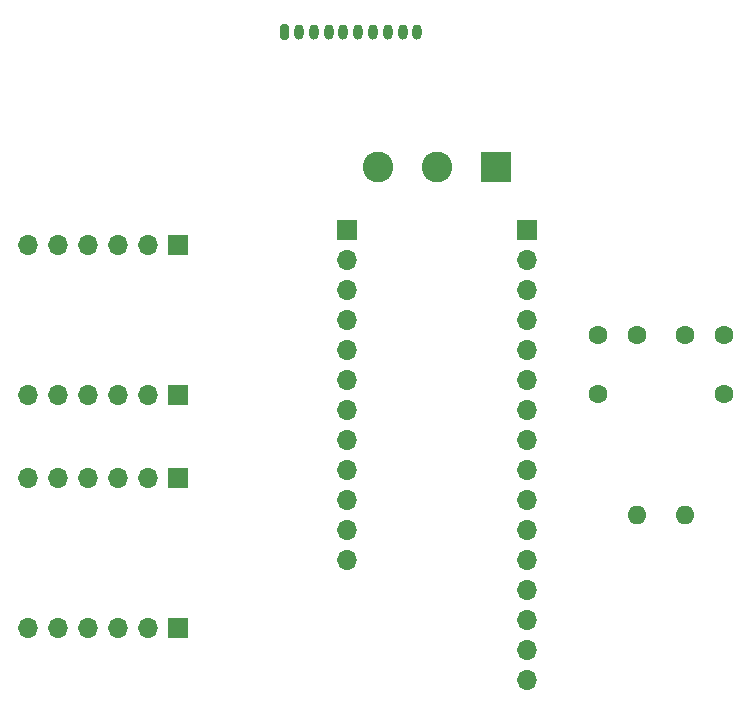
<source format=gbr>
%TF.GenerationSoftware,KiCad,Pcbnew,(5.1.10)-1*%
%TF.CreationDate,2023-09-09T18:53:20-05:00*%
%TF.ProjectId,brs_flight_computer,6272735f-666c-4696-9768-745f636f6d70,A*%
%TF.SameCoordinates,Original*%
%TF.FileFunction,Soldermask,Top*%
%TF.FilePolarity,Negative*%
%FSLAX46Y46*%
G04 Gerber Fmt 4.6, Leading zero omitted, Abs format (unit mm)*
G04 Created by KiCad (PCBNEW (5.1.10)-1) date 2023-09-09 18:53:20*
%MOMM*%
%LPD*%
G01*
G04 APERTURE LIST*
%ADD10C,2.600000*%
%ADD11R,2.600000X2.600000*%
%ADD12O,1.600000X1.600000*%
%ADD13C,1.600000*%
%ADD14O,1.700000X1.700000*%
%ADD15R,1.700000X1.700000*%
%ADD16O,0.800000X1.300000*%
G04 APERTURE END LIST*
D10*
%TO.C,J5*%
X154211000Y-88646000D03*
X159211000Y-88646000D03*
D11*
X164211000Y-88646000D03*
%TD*%
D12*
%TO.C,R2*%
X176135000Y-118110000D03*
D13*
X176135000Y-102870000D03*
%TD*%
D12*
%TO.C,R1*%
X180185000Y-118110000D03*
D13*
X180185000Y-102870000D03*
%TD*%
%TO.C,C2*%
X172847000Y-107870000D03*
X172847000Y-102870000D03*
%TD*%
%TO.C,C1*%
X183515000Y-107870000D03*
X183515000Y-102870000D03*
%TD*%
D14*
%TO.C,J8*%
X124612400Y-114960400D03*
X127152400Y-114960400D03*
X129692400Y-114960400D03*
X132232400Y-114960400D03*
X134772400Y-114960400D03*
D15*
X137312400Y-114960400D03*
%TD*%
D14*
%TO.C,J7*%
X124612400Y-127660400D03*
X127152400Y-127660400D03*
X129692400Y-127660400D03*
X132232400Y-127660400D03*
X134772400Y-127660400D03*
D15*
X137312400Y-127660400D03*
%TD*%
D14*
%TO.C,J6*%
X151609000Y-121920000D03*
X151609000Y-119380000D03*
X151609000Y-116840000D03*
X151609000Y-114300000D03*
X151609000Y-111760000D03*
X151609000Y-109220000D03*
X151609000Y-106680000D03*
X151609000Y-104140000D03*
X151609000Y-101600000D03*
X151609000Y-99060000D03*
X151609000Y-96520000D03*
D15*
X151609000Y-93980000D03*
%TD*%
D14*
%TO.C,J4*%
X166849000Y-132080000D03*
X166849000Y-129540000D03*
X166849000Y-127000000D03*
X166849000Y-124460000D03*
X166849000Y-121920000D03*
X166849000Y-119380000D03*
X166849000Y-116840000D03*
X166849000Y-114300000D03*
X166849000Y-111760000D03*
X166849000Y-109220000D03*
X166849000Y-106680000D03*
X166849000Y-104140000D03*
X166849000Y-101600000D03*
X166849000Y-99060000D03*
X166849000Y-96520000D03*
D15*
X166849000Y-93980000D03*
%TD*%
D16*
%TO.C,J3*%
X157554000Y-77216000D03*
X156304000Y-77216000D03*
X155054000Y-77216000D03*
X153804000Y-77216000D03*
X152554000Y-77216000D03*
X151304000Y-77216000D03*
X150054000Y-77216000D03*
X148804000Y-77216000D03*
X147554000Y-77216000D03*
G36*
G01*
X145904000Y-77666000D02*
X145904000Y-76766000D01*
G75*
G02*
X146104000Y-76566000I200000J0D01*
G01*
X146504000Y-76566000D01*
G75*
G02*
X146704000Y-76766000I0J-200000D01*
G01*
X146704000Y-77666000D01*
G75*
G02*
X146504000Y-77866000I-200000J0D01*
G01*
X146104000Y-77866000D01*
G75*
G02*
X145904000Y-77666000I0J200000D01*
G01*
G37*
%TD*%
D14*
%TO.C,J2*%
X124587000Y-95250000D03*
X127127000Y-95250000D03*
X129667000Y-95250000D03*
X132207000Y-95250000D03*
X134747000Y-95250000D03*
D15*
X137287000Y-95250000D03*
%TD*%
D14*
%TO.C,J1*%
X124587000Y-107950000D03*
X127127000Y-107950000D03*
X129667000Y-107950000D03*
X132207000Y-107950000D03*
X134747000Y-107950000D03*
D15*
X137287000Y-107950000D03*
%TD*%
M02*

</source>
